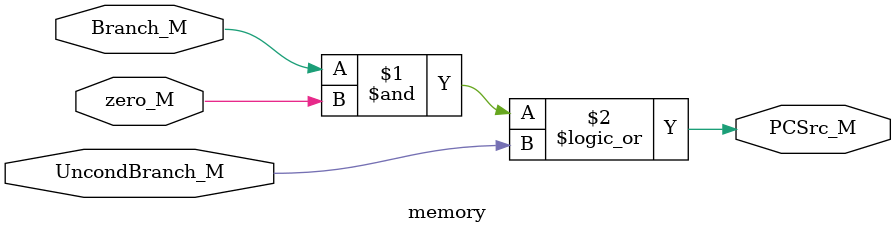
<source format=sv>

module memory (input logic Branch_M, zero_M,UncondBranch_M,
			   output logic PCSrc_M);

	assign PCSrc_M = (Branch_M & zero_M) || UncondBranch_M;

endmodule

</source>
